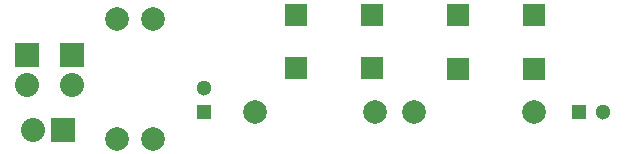
<source format=gbr>
G04 #@! TF.FileFunction,Copper,L1,Top*
%FSLAX46Y46*%
G04 Gerber Fmt 4.6, Leading zero omitted, Abs format (unit mm)*
G04 Created by KiCad (PCBNEW 0.201601231531+6508~42~ubuntu15.10.1-product) date Sun 24 Jan 2016 05:29:53 PM CET*
%MOMM*%
G01*
G04 APERTURE LIST*
%ADD10C,0.020000*%
%ADD11R,1.300000X1.300000*%
%ADD12C,1.300000*%
%ADD13C,1.998980*%
%ADD14R,1.879600X1.879600*%
%ADD15R,2.032000X2.032000*%
%ADD16O,2.032000X2.032000*%
G04 APERTURE END LIST*
D10*
D11*
X140462000Y-107950000D03*
D12*
X140462000Y-105950000D03*
D13*
X168402000Y-107950000D03*
X158242000Y-107950000D03*
X144780000Y-107950000D03*
X154940000Y-107950000D03*
X133096000Y-100076000D03*
X133096000Y-110236000D03*
D14*
X148234800Y-99745400D03*
X154737200Y-99745400D03*
X148234800Y-104266600D03*
X154737200Y-104266600D03*
D11*
X172212000Y-107950000D03*
D12*
X174212000Y-107950000D03*
D13*
X136144000Y-100076000D03*
X136144000Y-110236000D03*
D14*
X161950800Y-99796400D03*
X168453200Y-99796400D03*
X161950800Y-104317600D03*
X168453200Y-104317600D03*
D15*
X128524000Y-109474000D03*
D16*
X125984000Y-109474000D03*
D15*
X129286000Y-103124000D03*
D16*
X129286000Y-105664000D03*
D15*
X125476000Y-103124000D03*
D16*
X125476000Y-105664000D03*
M02*

</source>
